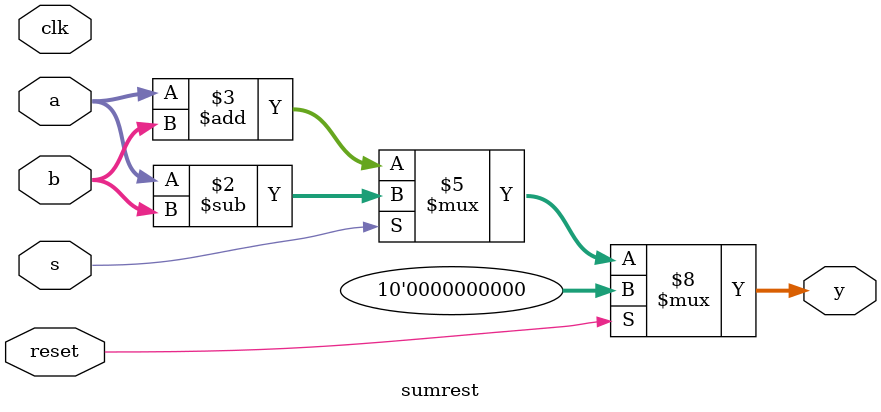
<source format=v>

module regfile(input  wire        clk, 
               input  wire        we3,           //señal de habilitación de escritura
               input  wire [3:0]  ra1, ra2, wa3, //direcciones de regs leidos y reg a escribir
               input  wire [7:0]  wd3, 			 //dato a escribir
               output wire [7:0]  rd1, rd2);     //datos leidos

  reg [7:0] regb[0:15]; //memoria de 16 registros de 8 bits de ancho

  // El registro 0 siempre es cero
  // se leen dos reg combinacionalmente
  // y la escritura del tercero ocurre en flanco de subida del reloj
  always @(posedge clk)
    if (we3) regb[wa3] <= wd3;	
  
  assign rd1 = (ra1 != 0) ? regb[ra1] : 0;
  assign rd2 = (ra2 != 0) ? regb[ra2] : 0;
endmodule







//modulo sumador  
module sum(input  wire [9:0] a, b,
             output wire [9:0] y);

  assign y = a + b;
endmodule




//modulo de registro para modelar el PC, cambia en cada flanco de subida de reloj o de reset
module registro #(parameter WIDTH = 8)
              (input  wire             clk, reset,
               input  wire [WIDTH-1:0] d, 
               output reg  [WIDTH-1:0] q);

  always @(posedge clk, posedge reset)
    if (reset) q <= 0;
    else       q <= d;
endmodule


//modulo multiplexor, cos s=1 sale d1, s=0 sale d0
module mux2 #(parameter WIDTH = 8)
             (input  wire [WIDTH-1:0] d0, d1, 
              input  wire             s, 
              output wire [WIDTH-1:0] y);

  assign y = s ? d1 : d0; 
endmodule


//DECODIFICADOR DE 2 A 4

module deco2a4(input wire [1:0] s, output reg enable_sal0, enable_sal1, enable_sal2, enable_sal3);

  always  @(*)
  begin
    case(s[1:0])
    
      2'b00:
      begin
       enable_sal0 = 1'b1;
       enable_sal1 = 1'b0;
       enable_sal2 = 1'b0;
       enable_sal3 = 1'b0;
      end

      2'b01:
      begin
        enable_sal0 = 1'b0;
        enable_sal1 = 1'b1;
        enable_sal2 = 1'b0;
        enable_sal3 = 1'b0;
      end
      
      2'b10:
      begin
       enable_sal0 = 1'b0;
       enable_sal1 = 1'b0;
       enable_sal2 = 1'b1;
       enable_sal3 = 1'b0;
      end
      
      2'b11:
      begin
       enable_sal0 = 1'b0;
       enable_sal1 = 1'b0;
       enable_sal2 = 1'b0;
       enable_sal3 = 1'b1;
      end

      default:
      begin
         enable_sal0 = 1'b0;
         enable_sal1 = 1'b0;
         enable_sal2 = 1'b0;
         enable_sal3 = 1'b0;
      end
    endcase
  end
endmodule





//modulo multiplexor de 4 a 1
module mux4 #(parameter WIDTH = 8)
             (input  wire [WIDTH-1:0] d0, d1, d2, d3, 
              input  wire [1:0]          s, 
              output reg [WIDTH-1:0] y);


  always @(*)
  begin
    if(s == 2'b00) y <= d0;
    else if(s == 2'b01)  y <= d1;
    else if(s == 2'b10)  y <= d2;
    else y <= d3;
  end

endmodule


//Registro de salida

module registro2 #(parameter WIDTH = 8)
              (input  wire             clk, reset, enable_mux, s_out ,out_in,
               input  wire [WIDTH-1:0] d0, d1, 
               output reg  [WIDTH-1:0] q);

  always @(posedge clk, posedge reset)
    if (reset) q <= 0;
    else if(enable_mux && s_out)      q <= d0;
    else if(enable_mux && out_in)     q <= d1;
endmodule 

module registro3 #(parameter WIDTH = 8)
              (input  wire             clk, reset, enable_mux,
               input  wire [WIDTH-1:0] d0, 
               output reg  [WIDTH-1:0] q);

  always @(posedge clk, posedge reset)
    if (reset) q <= 0;
    else if(enable_mux)      q <= d0;
endmodule 

 
//SUMADOR RESTADOR para SALTO RELATIVO

module sumrest(input wire clk, reset, input  wire [9:0] a, input wire [8:0] b, input wire s,
             output reg [9:0] y); 

  always @(*)
  begin
    if(reset)
        y <= 10'b0;
    else if(s)
        y <= a - b;
    else
        y <= a + b;
  end   

endmodule



</source>
